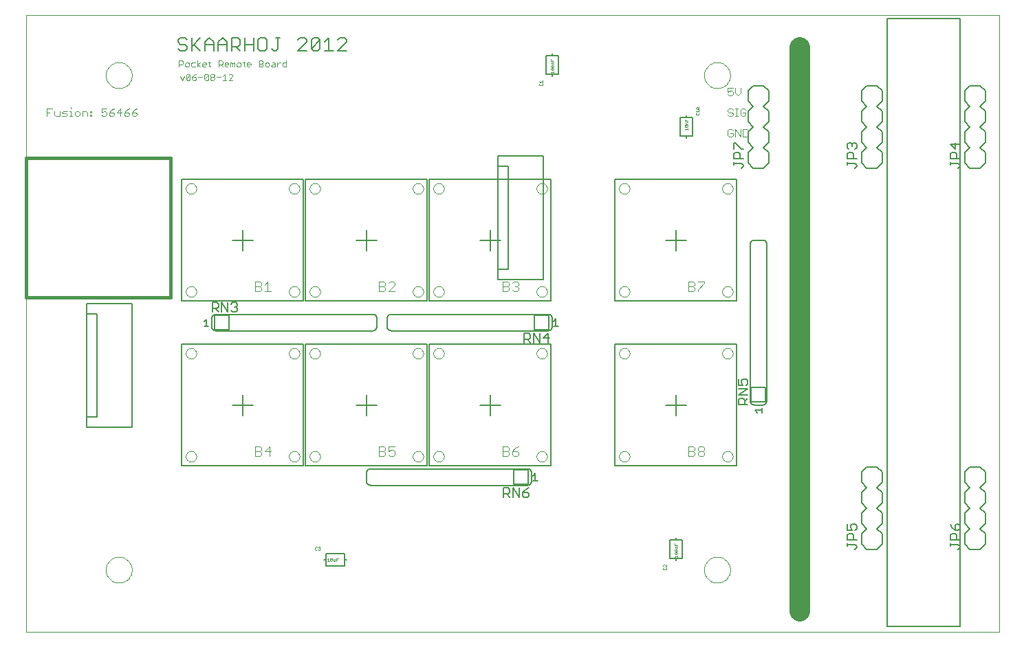
<source format=gto>
G75*
G70*
%OFA0B0*%
%FSLAX24Y24*%
%IPPOS*%
%LPD*%
%AMOC8*
5,1,8,0,0,1.08239X$1,22.5*
%
%ADD10C,0.0000*%
%ADD11C,0.0160*%
%ADD12C,0.1000*%
%ADD13C,0.0030*%
%ADD14C,0.0060*%
%ADD15C,0.0050*%
%ADD16C,0.0040*%
%ADD17C,0.0080*%
%ADD18C,0.0010*%
%ADD19C,0.0020*%
D10*
X000180Y000180D02*
X000180Y016400D01*
X000180Y030101D01*
X047361Y030101D01*
X047361Y000180D01*
X000180Y000180D01*
X004050Y003180D02*
X004052Y003230D01*
X004058Y003280D01*
X004068Y003329D01*
X004082Y003377D01*
X004099Y003424D01*
X004120Y003469D01*
X004145Y003513D01*
X004173Y003554D01*
X004205Y003593D01*
X004239Y003630D01*
X004276Y003664D01*
X004316Y003694D01*
X004358Y003721D01*
X004402Y003745D01*
X004448Y003766D01*
X004495Y003782D01*
X004543Y003795D01*
X004593Y003804D01*
X004642Y003809D01*
X004693Y003810D01*
X004743Y003807D01*
X004792Y003800D01*
X004841Y003789D01*
X004889Y003774D01*
X004935Y003756D01*
X004980Y003734D01*
X005023Y003708D01*
X005064Y003679D01*
X005103Y003647D01*
X005139Y003612D01*
X005171Y003574D01*
X005201Y003534D01*
X005228Y003491D01*
X005251Y003447D01*
X005270Y003401D01*
X005286Y003353D01*
X005298Y003304D01*
X005306Y003255D01*
X005310Y003205D01*
X005310Y003155D01*
X005306Y003105D01*
X005298Y003056D01*
X005286Y003007D01*
X005270Y002959D01*
X005251Y002913D01*
X005228Y002869D01*
X005201Y002826D01*
X005171Y002786D01*
X005139Y002748D01*
X005103Y002713D01*
X005064Y002681D01*
X005023Y002652D01*
X004980Y002626D01*
X004935Y002604D01*
X004889Y002586D01*
X004841Y002571D01*
X004792Y002560D01*
X004743Y002553D01*
X004693Y002550D01*
X004642Y002551D01*
X004593Y002556D01*
X004543Y002565D01*
X004495Y002578D01*
X004448Y002594D01*
X004402Y002615D01*
X004358Y002639D01*
X004316Y002666D01*
X004276Y002696D01*
X004239Y002730D01*
X004205Y002767D01*
X004173Y002806D01*
X004145Y002847D01*
X004120Y002891D01*
X004099Y002936D01*
X004082Y002983D01*
X004068Y003031D01*
X004058Y003080D01*
X004052Y003130D01*
X004050Y003180D01*
X007924Y008680D02*
X007926Y008711D01*
X007932Y008742D01*
X007941Y008772D01*
X007954Y008801D01*
X007971Y008828D01*
X007991Y008852D01*
X008013Y008874D01*
X008039Y008893D01*
X008066Y008909D01*
X008095Y008921D01*
X008125Y008930D01*
X008156Y008935D01*
X008188Y008936D01*
X008219Y008933D01*
X008250Y008926D01*
X008280Y008916D01*
X008308Y008902D01*
X008334Y008884D01*
X008358Y008864D01*
X008379Y008840D01*
X008398Y008815D01*
X008413Y008787D01*
X008424Y008758D01*
X008432Y008727D01*
X008436Y008696D01*
X008436Y008664D01*
X008432Y008633D01*
X008424Y008602D01*
X008413Y008573D01*
X008398Y008545D01*
X008379Y008520D01*
X008358Y008496D01*
X008334Y008476D01*
X008308Y008458D01*
X008280Y008444D01*
X008250Y008434D01*
X008219Y008427D01*
X008188Y008424D01*
X008156Y008425D01*
X008125Y008430D01*
X008095Y008439D01*
X008066Y008451D01*
X008039Y008467D01*
X008013Y008486D01*
X007991Y008508D01*
X007971Y008532D01*
X007954Y008559D01*
X007941Y008588D01*
X007932Y008618D01*
X007926Y008649D01*
X007924Y008680D01*
X012924Y008680D02*
X012926Y008711D01*
X012932Y008742D01*
X012941Y008772D01*
X012954Y008801D01*
X012971Y008828D01*
X012991Y008852D01*
X013013Y008874D01*
X013039Y008893D01*
X013066Y008909D01*
X013095Y008921D01*
X013125Y008930D01*
X013156Y008935D01*
X013188Y008936D01*
X013219Y008933D01*
X013250Y008926D01*
X013280Y008916D01*
X013308Y008902D01*
X013334Y008884D01*
X013358Y008864D01*
X013379Y008840D01*
X013398Y008815D01*
X013413Y008787D01*
X013424Y008758D01*
X013432Y008727D01*
X013436Y008696D01*
X013436Y008664D01*
X013432Y008633D01*
X013424Y008602D01*
X013413Y008573D01*
X013398Y008545D01*
X013379Y008520D01*
X013358Y008496D01*
X013334Y008476D01*
X013308Y008458D01*
X013280Y008444D01*
X013250Y008434D01*
X013219Y008427D01*
X013188Y008424D01*
X013156Y008425D01*
X013125Y008430D01*
X013095Y008439D01*
X013066Y008451D01*
X013039Y008467D01*
X013013Y008486D01*
X012991Y008508D01*
X012971Y008532D01*
X012954Y008559D01*
X012941Y008588D01*
X012932Y008618D01*
X012926Y008649D01*
X012924Y008680D01*
X013924Y008680D02*
X013926Y008711D01*
X013932Y008742D01*
X013941Y008772D01*
X013954Y008801D01*
X013971Y008828D01*
X013991Y008852D01*
X014013Y008874D01*
X014039Y008893D01*
X014066Y008909D01*
X014095Y008921D01*
X014125Y008930D01*
X014156Y008935D01*
X014188Y008936D01*
X014219Y008933D01*
X014250Y008926D01*
X014280Y008916D01*
X014308Y008902D01*
X014334Y008884D01*
X014358Y008864D01*
X014379Y008840D01*
X014398Y008815D01*
X014413Y008787D01*
X014424Y008758D01*
X014432Y008727D01*
X014436Y008696D01*
X014436Y008664D01*
X014432Y008633D01*
X014424Y008602D01*
X014413Y008573D01*
X014398Y008545D01*
X014379Y008520D01*
X014358Y008496D01*
X014334Y008476D01*
X014308Y008458D01*
X014280Y008444D01*
X014250Y008434D01*
X014219Y008427D01*
X014188Y008424D01*
X014156Y008425D01*
X014125Y008430D01*
X014095Y008439D01*
X014066Y008451D01*
X014039Y008467D01*
X014013Y008486D01*
X013991Y008508D01*
X013971Y008532D01*
X013954Y008559D01*
X013941Y008588D01*
X013932Y008618D01*
X013926Y008649D01*
X013924Y008680D01*
X018924Y008680D02*
X018926Y008711D01*
X018932Y008742D01*
X018941Y008772D01*
X018954Y008801D01*
X018971Y008828D01*
X018991Y008852D01*
X019013Y008874D01*
X019039Y008893D01*
X019066Y008909D01*
X019095Y008921D01*
X019125Y008930D01*
X019156Y008935D01*
X019188Y008936D01*
X019219Y008933D01*
X019250Y008926D01*
X019280Y008916D01*
X019308Y008902D01*
X019334Y008884D01*
X019358Y008864D01*
X019379Y008840D01*
X019398Y008815D01*
X019413Y008787D01*
X019424Y008758D01*
X019432Y008727D01*
X019436Y008696D01*
X019436Y008664D01*
X019432Y008633D01*
X019424Y008602D01*
X019413Y008573D01*
X019398Y008545D01*
X019379Y008520D01*
X019358Y008496D01*
X019334Y008476D01*
X019308Y008458D01*
X019280Y008444D01*
X019250Y008434D01*
X019219Y008427D01*
X019188Y008424D01*
X019156Y008425D01*
X019125Y008430D01*
X019095Y008439D01*
X019066Y008451D01*
X019039Y008467D01*
X019013Y008486D01*
X018991Y008508D01*
X018971Y008532D01*
X018954Y008559D01*
X018941Y008588D01*
X018932Y008618D01*
X018926Y008649D01*
X018924Y008680D01*
X019924Y008680D02*
X019926Y008711D01*
X019932Y008742D01*
X019941Y008772D01*
X019954Y008801D01*
X019971Y008828D01*
X019991Y008852D01*
X020013Y008874D01*
X020039Y008893D01*
X020066Y008909D01*
X020095Y008921D01*
X020125Y008930D01*
X020156Y008935D01*
X020188Y008936D01*
X020219Y008933D01*
X020250Y008926D01*
X020280Y008916D01*
X020308Y008902D01*
X020334Y008884D01*
X020358Y008864D01*
X020379Y008840D01*
X020398Y008815D01*
X020413Y008787D01*
X020424Y008758D01*
X020432Y008727D01*
X020436Y008696D01*
X020436Y008664D01*
X020432Y008633D01*
X020424Y008602D01*
X020413Y008573D01*
X020398Y008545D01*
X020379Y008520D01*
X020358Y008496D01*
X020334Y008476D01*
X020308Y008458D01*
X020280Y008444D01*
X020250Y008434D01*
X020219Y008427D01*
X020188Y008424D01*
X020156Y008425D01*
X020125Y008430D01*
X020095Y008439D01*
X020066Y008451D01*
X020039Y008467D01*
X020013Y008486D01*
X019991Y008508D01*
X019971Y008532D01*
X019954Y008559D01*
X019941Y008588D01*
X019932Y008618D01*
X019926Y008649D01*
X019924Y008680D01*
X024924Y008680D02*
X024926Y008711D01*
X024932Y008742D01*
X024941Y008772D01*
X024954Y008801D01*
X024971Y008828D01*
X024991Y008852D01*
X025013Y008874D01*
X025039Y008893D01*
X025066Y008909D01*
X025095Y008921D01*
X025125Y008930D01*
X025156Y008935D01*
X025188Y008936D01*
X025219Y008933D01*
X025250Y008926D01*
X025280Y008916D01*
X025308Y008902D01*
X025334Y008884D01*
X025358Y008864D01*
X025379Y008840D01*
X025398Y008815D01*
X025413Y008787D01*
X025424Y008758D01*
X025432Y008727D01*
X025436Y008696D01*
X025436Y008664D01*
X025432Y008633D01*
X025424Y008602D01*
X025413Y008573D01*
X025398Y008545D01*
X025379Y008520D01*
X025358Y008496D01*
X025334Y008476D01*
X025308Y008458D01*
X025280Y008444D01*
X025250Y008434D01*
X025219Y008427D01*
X025188Y008424D01*
X025156Y008425D01*
X025125Y008430D01*
X025095Y008439D01*
X025066Y008451D01*
X025039Y008467D01*
X025013Y008486D01*
X024991Y008508D01*
X024971Y008532D01*
X024954Y008559D01*
X024941Y008588D01*
X024932Y008618D01*
X024926Y008649D01*
X024924Y008680D01*
X028924Y008680D02*
X028926Y008711D01*
X028932Y008742D01*
X028941Y008772D01*
X028954Y008801D01*
X028971Y008828D01*
X028991Y008852D01*
X029013Y008874D01*
X029039Y008893D01*
X029066Y008909D01*
X029095Y008921D01*
X029125Y008930D01*
X029156Y008935D01*
X029188Y008936D01*
X029219Y008933D01*
X029250Y008926D01*
X029280Y008916D01*
X029308Y008902D01*
X029334Y008884D01*
X029358Y008864D01*
X029379Y008840D01*
X029398Y008815D01*
X029413Y008787D01*
X029424Y008758D01*
X029432Y008727D01*
X029436Y008696D01*
X029436Y008664D01*
X029432Y008633D01*
X029424Y008602D01*
X029413Y008573D01*
X029398Y008545D01*
X029379Y008520D01*
X029358Y008496D01*
X029334Y008476D01*
X029308Y008458D01*
X029280Y008444D01*
X029250Y008434D01*
X029219Y008427D01*
X029188Y008424D01*
X029156Y008425D01*
X029125Y008430D01*
X029095Y008439D01*
X029066Y008451D01*
X029039Y008467D01*
X029013Y008486D01*
X028991Y008508D01*
X028971Y008532D01*
X028954Y008559D01*
X028941Y008588D01*
X028932Y008618D01*
X028926Y008649D01*
X028924Y008680D01*
X033924Y008680D02*
X033926Y008711D01*
X033932Y008742D01*
X033941Y008772D01*
X033954Y008801D01*
X033971Y008828D01*
X033991Y008852D01*
X034013Y008874D01*
X034039Y008893D01*
X034066Y008909D01*
X034095Y008921D01*
X034125Y008930D01*
X034156Y008935D01*
X034188Y008936D01*
X034219Y008933D01*
X034250Y008926D01*
X034280Y008916D01*
X034308Y008902D01*
X034334Y008884D01*
X034358Y008864D01*
X034379Y008840D01*
X034398Y008815D01*
X034413Y008787D01*
X034424Y008758D01*
X034432Y008727D01*
X034436Y008696D01*
X034436Y008664D01*
X034432Y008633D01*
X034424Y008602D01*
X034413Y008573D01*
X034398Y008545D01*
X034379Y008520D01*
X034358Y008496D01*
X034334Y008476D01*
X034308Y008458D01*
X034280Y008444D01*
X034250Y008434D01*
X034219Y008427D01*
X034188Y008424D01*
X034156Y008425D01*
X034125Y008430D01*
X034095Y008439D01*
X034066Y008451D01*
X034039Y008467D01*
X034013Y008486D01*
X033991Y008508D01*
X033971Y008532D01*
X033954Y008559D01*
X033941Y008588D01*
X033932Y008618D01*
X033926Y008649D01*
X033924Y008680D01*
X033924Y013680D02*
X033926Y013711D01*
X033932Y013742D01*
X033941Y013772D01*
X033954Y013801D01*
X033971Y013828D01*
X033991Y013852D01*
X034013Y013874D01*
X034039Y013893D01*
X034066Y013909D01*
X034095Y013921D01*
X034125Y013930D01*
X034156Y013935D01*
X034188Y013936D01*
X034219Y013933D01*
X034250Y013926D01*
X034280Y013916D01*
X034308Y013902D01*
X034334Y013884D01*
X034358Y013864D01*
X034379Y013840D01*
X034398Y013815D01*
X034413Y013787D01*
X034424Y013758D01*
X034432Y013727D01*
X034436Y013696D01*
X034436Y013664D01*
X034432Y013633D01*
X034424Y013602D01*
X034413Y013573D01*
X034398Y013545D01*
X034379Y013520D01*
X034358Y013496D01*
X034334Y013476D01*
X034308Y013458D01*
X034280Y013444D01*
X034250Y013434D01*
X034219Y013427D01*
X034188Y013424D01*
X034156Y013425D01*
X034125Y013430D01*
X034095Y013439D01*
X034066Y013451D01*
X034039Y013467D01*
X034013Y013486D01*
X033991Y013508D01*
X033971Y013532D01*
X033954Y013559D01*
X033941Y013588D01*
X033932Y013618D01*
X033926Y013649D01*
X033924Y013680D01*
X033924Y016680D02*
X033926Y016711D01*
X033932Y016742D01*
X033941Y016772D01*
X033954Y016801D01*
X033971Y016828D01*
X033991Y016852D01*
X034013Y016874D01*
X034039Y016893D01*
X034066Y016909D01*
X034095Y016921D01*
X034125Y016930D01*
X034156Y016935D01*
X034188Y016936D01*
X034219Y016933D01*
X034250Y016926D01*
X034280Y016916D01*
X034308Y016902D01*
X034334Y016884D01*
X034358Y016864D01*
X034379Y016840D01*
X034398Y016815D01*
X034413Y016787D01*
X034424Y016758D01*
X034432Y016727D01*
X034436Y016696D01*
X034436Y016664D01*
X034432Y016633D01*
X034424Y016602D01*
X034413Y016573D01*
X034398Y016545D01*
X034379Y016520D01*
X034358Y016496D01*
X034334Y016476D01*
X034308Y016458D01*
X034280Y016444D01*
X034250Y016434D01*
X034219Y016427D01*
X034188Y016424D01*
X034156Y016425D01*
X034125Y016430D01*
X034095Y016439D01*
X034066Y016451D01*
X034039Y016467D01*
X034013Y016486D01*
X033991Y016508D01*
X033971Y016532D01*
X033954Y016559D01*
X033941Y016588D01*
X033932Y016618D01*
X033926Y016649D01*
X033924Y016680D01*
X028924Y016680D02*
X028926Y016711D01*
X028932Y016742D01*
X028941Y016772D01*
X028954Y016801D01*
X028971Y016828D01*
X028991Y016852D01*
X029013Y016874D01*
X029039Y016893D01*
X029066Y016909D01*
X029095Y016921D01*
X029125Y016930D01*
X029156Y016935D01*
X029188Y016936D01*
X029219Y016933D01*
X029250Y016926D01*
X029280Y016916D01*
X029308Y016902D01*
X029334Y016884D01*
X029358Y016864D01*
X029379Y016840D01*
X029398Y016815D01*
X029413Y016787D01*
X029424Y016758D01*
X029432Y016727D01*
X029436Y016696D01*
X029436Y016664D01*
X029432Y016633D01*
X029424Y016602D01*
X029413Y016573D01*
X029398Y016545D01*
X029379Y016520D01*
X029358Y016496D01*
X029334Y016476D01*
X029308Y016458D01*
X029280Y016444D01*
X029250Y016434D01*
X029219Y016427D01*
X029188Y016424D01*
X029156Y016425D01*
X029125Y016430D01*
X029095Y016439D01*
X029066Y016451D01*
X029039Y016467D01*
X029013Y016486D01*
X028991Y016508D01*
X028971Y016532D01*
X028954Y016559D01*
X028941Y016588D01*
X028932Y016618D01*
X028926Y016649D01*
X028924Y016680D01*
X024924Y016680D02*
X024926Y016711D01*
X024932Y016742D01*
X024941Y016772D01*
X024954Y016801D01*
X024971Y016828D01*
X024991Y016852D01*
X025013Y016874D01*
X025039Y016893D01*
X025066Y016909D01*
X025095Y016921D01*
X025125Y016930D01*
X025156Y016935D01*
X025188Y016936D01*
X025219Y016933D01*
X025250Y016926D01*
X025280Y016916D01*
X025308Y016902D01*
X025334Y016884D01*
X025358Y016864D01*
X025379Y016840D01*
X025398Y016815D01*
X025413Y016787D01*
X025424Y016758D01*
X025432Y016727D01*
X025436Y016696D01*
X025436Y016664D01*
X025432Y016633D01*
X025424Y016602D01*
X025413Y016573D01*
X025398Y016545D01*
X025379Y016520D01*
X025358Y016496D01*
X025334Y016476D01*
X025308Y016458D01*
X025280Y016444D01*
X025250Y016434D01*
X025219Y016427D01*
X025188Y016424D01*
X025156Y016425D01*
X025125Y016430D01*
X025095Y016439D01*
X025066Y016451D01*
X025039Y016467D01*
X025013Y016486D01*
X024991Y016508D01*
X024971Y016532D01*
X024954Y016559D01*
X024941Y016588D01*
X024932Y016618D01*
X024926Y016649D01*
X024924Y016680D01*
X024924Y013680D02*
X024926Y013711D01*
X024932Y013742D01*
X024941Y013772D01*
X024954Y013801D01*
X024971Y013828D01*
X024991Y013852D01*
X025013Y013874D01*
X025039Y013893D01*
X025066Y013909D01*
X025095Y013921D01*
X025125Y013930D01*
X025156Y013935D01*
X025188Y013936D01*
X025219Y013933D01*
X025250Y013926D01*
X025280Y013916D01*
X025308Y013902D01*
X025334Y013884D01*
X025358Y013864D01*
X025379Y013840D01*
X025398Y013815D01*
X025413Y013787D01*
X025424Y013758D01*
X025432Y013727D01*
X025436Y013696D01*
X025436Y013664D01*
X025432Y013633D01*
X025424Y013602D01*
X025413Y013573D01*
X025398Y013545D01*
X025379Y013520D01*
X025358Y013496D01*
X025334Y013476D01*
X025308Y013458D01*
X025280Y013444D01*
X025250Y013434D01*
X025219Y013427D01*
X025188Y013424D01*
X025156Y013425D01*
X025125Y013430D01*
X025095Y013439D01*
X025066Y013451D01*
X025039Y013467D01*
X025013Y013486D01*
X024991Y013508D01*
X024971Y013532D01*
X024954Y013559D01*
X024941Y013588D01*
X024932Y013618D01*
X024926Y013649D01*
X024924Y013680D01*
X028924Y013680D02*
X028926Y013711D01*
X028932Y013742D01*
X028941Y013772D01*
X028954Y013801D01*
X028971Y013828D01*
X028991Y013852D01*
X029013Y013874D01*
X029039Y013893D01*
X029066Y013909D01*
X029095Y013921D01*
X029125Y013930D01*
X029156Y013935D01*
X029188Y013936D01*
X029219Y013933D01*
X029250Y013926D01*
X029280Y013916D01*
X029308Y013902D01*
X029334Y013884D01*
X029358Y013864D01*
X029379Y013840D01*
X029398Y013815D01*
X029413Y013787D01*
X029424Y013758D01*
X029432Y013727D01*
X029436Y013696D01*
X029436Y013664D01*
X029432Y013633D01*
X029424Y013602D01*
X029413Y013573D01*
X029398Y013545D01*
X029379Y013520D01*
X029358Y013496D01*
X029334Y013476D01*
X029308Y013458D01*
X029280Y013444D01*
X029250Y013434D01*
X029219Y013427D01*
X029188Y013424D01*
X029156Y013425D01*
X029125Y013430D01*
X029095Y013439D01*
X029066Y013451D01*
X029039Y013467D01*
X029013Y013486D01*
X028991Y013508D01*
X028971Y013532D01*
X028954Y013559D01*
X028941Y013588D01*
X028932Y013618D01*
X028926Y013649D01*
X028924Y013680D01*
X019924Y013680D02*
X019926Y013711D01*
X019932Y013742D01*
X019941Y013772D01*
X019954Y013801D01*
X019971Y013828D01*
X019991Y013852D01*
X020013Y013874D01*
X020039Y013893D01*
X020066Y013909D01*
X020095Y013921D01*
X020125Y013930D01*
X020156Y013935D01*
X020188Y013936D01*
X020219Y013933D01*
X020250Y013926D01*
X020280Y013916D01*
X020308Y013902D01*
X020334Y013884D01*
X020358Y013864D01*
X020379Y013840D01*
X020398Y013815D01*
X020413Y013787D01*
X020424Y013758D01*
X020432Y013727D01*
X020436Y013696D01*
X020436Y013664D01*
X020432Y013633D01*
X020424Y013602D01*
X020413Y013573D01*
X020398Y013545D01*
X020379Y013520D01*
X020358Y013496D01*
X020334Y013476D01*
X020308Y013458D01*
X020280Y013444D01*
X020250Y013434D01*
X020219Y013427D01*
X020188Y013424D01*
X020156Y013425D01*
X020125Y013430D01*
X020095Y013439D01*
X020066Y013451D01*
X020039Y013467D01*
X020013Y013486D01*
X019991Y013508D01*
X019971Y013532D01*
X019954Y013559D01*
X019941Y013588D01*
X019932Y013618D01*
X019926Y013649D01*
X019924Y013680D01*
X018924Y013680D02*
X018926Y013711D01*
X018932Y013742D01*
X018941Y013772D01*
X018954Y013801D01*
X018971Y013828D01*
X018991Y013852D01*
X019013Y013874D01*
X019039Y013893D01*
X019066Y013909D01*
X019095Y013921D01*
X019125Y013930D01*
X019156Y013935D01*
X019188Y013936D01*
X019219Y013933D01*
X019250Y013926D01*
X019280Y013916D01*
X019308Y013902D01*
X019334Y013884D01*
X019358Y013864D01*
X019379Y013840D01*
X019398Y013815D01*
X019413Y013787D01*
X019424Y013758D01*
X019432Y013727D01*
X019436Y013696D01*
X019436Y013664D01*
X019432Y013633D01*
X019424Y013602D01*
X019413Y013573D01*
X019398Y013545D01*
X019379Y013520D01*
X019358Y013496D01*
X019334Y013476D01*
X019308Y013458D01*
X019280Y013444D01*
X019250Y013434D01*
X019219Y013427D01*
X019188Y013424D01*
X019156Y013425D01*
X019125Y013430D01*
X019095Y013439D01*
X019066Y013451D01*
X019039Y013467D01*
X019013Y013486D01*
X018991Y013508D01*
X018971Y013532D01*
X018954Y013559D01*
X018941Y013588D01*
X018932Y013618D01*
X018926Y013649D01*
X018924Y013680D01*
X018924Y016680D02*
X018926Y016711D01*
X018932Y016742D01*
X018941Y016772D01*
X018954Y016801D01*
X018971Y016828D01*
X018991Y016852D01*
X019013Y016874D01*
X019039Y016893D01*
X019066Y016909D01*
X019095Y016921D01*
X019125Y016930D01*
X019156Y016935D01*
X019188Y016936D01*
X019219Y016933D01*
X019250Y016926D01*
X019280Y016916D01*
X019308Y016902D01*
X019334Y016884D01*
X019358Y016864D01*
X019379Y016840D01*
X019398Y016815D01*
X019413Y016787D01*
X019424Y016758D01*
X019432Y016727D01*
X019436Y016696D01*
X019436Y016664D01*
X019432Y016633D01*
X019424Y016602D01*
X019413Y016573D01*
X019398Y016545D01*
X019379Y016520D01*
X019358Y016496D01*
X019334Y016476D01*
X019308Y016458D01*
X019280Y016444D01*
X019250Y016434D01*
X019219Y016427D01*
X019188Y016424D01*
X019156Y016425D01*
X019125Y016430D01*
X019095Y016439D01*
X019066Y016451D01*
X019039Y016467D01*
X019013Y016486D01*
X018991Y016508D01*
X018971Y016532D01*
X018954Y016559D01*
X018941Y016588D01*
X018932Y016618D01*
X018926Y016649D01*
X018924Y016680D01*
X019924Y016680D02*
X019926Y016711D01*
X019932Y016742D01*
X019941Y016772D01*
X019954Y016801D01*
X019971Y016828D01*
X019991Y016852D01*
X020013Y016874D01*
X020039Y016893D01*
X020066Y016909D01*
X020095Y016921D01*
X020125Y016930D01*
X020156Y016935D01*
X020188Y016936D01*
X020219Y016933D01*
X020250Y016926D01*
X020280Y016916D01*
X020308Y016902D01*
X020334Y016884D01*
X020358Y016864D01*
X020379Y016840D01*
X020398Y016815D01*
X020413Y016787D01*
X020424Y016758D01*
X020432Y016727D01*
X020436Y016696D01*
X020436Y016664D01*
X020432Y016633D01*
X020424Y016602D01*
X020413Y016573D01*
X020398Y016545D01*
X020379Y016520D01*
X020358Y016496D01*
X020334Y016476D01*
X020308Y016458D01*
X020280Y016444D01*
X020250Y016434D01*
X020219Y016427D01*
X020188Y016424D01*
X020156Y016425D01*
X020125Y016430D01*
X020095Y016439D01*
X020066Y016451D01*
X020039Y016467D01*
X020013Y016486D01*
X019991Y016508D01*
X019971Y016532D01*
X019954Y016559D01*
X019941Y016588D01*
X019932Y016618D01*
X019926Y016649D01*
X019924Y016680D01*
X013924Y016680D02*
X013926Y016711D01*
X013932Y016742D01*
X013941Y016772D01*
X013954Y016801D01*
X013971Y016828D01*
X013991Y016852D01*
X014013Y016874D01*
X014039Y016893D01*
X014066Y016909D01*
X014095Y016921D01*
X014125Y016930D01*
X014156Y016935D01*
X014188Y016936D01*
X014219Y016933D01*
X014250Y016926D01*
X014280Y016916D01*
X014308Y016902D01*
X014334Y016884D01*
X014358Y016864D01*
X014379Y016840D01*
X014398Y016815D01*
X014413Y016787D01*
X014424Y016758D01*
X014432Y016727D01*
X014436Y016696D01*
X014436Y016664D01*
X014432Y016633D01*
X014424Y016602D01*
X014413Y016573D01*
X014398Y016545D01*
X014379Y016520D01*
X014358Y016496D01*
X014334Y016476D01*
X014308Y016458D01*
X014280Y016444D01*
X014250Y016434D01*
X014219Y016427D01*
X014188Y016424D01*
X014156Y016425D01*
X014125Y016430D01*
X014095Y016439D01*
X014066Y016451D01*
X014039Y016467D01*
X014013Y016486D01*
X013991Y016508D01*
X013971Y016532D01*
X013954Y016559D01*
X013941Y016588D01*
X013932Y016618D01*
X013926Y016649D01*
X013924Y016680D01*
X012924Y016680D02*
X012926Y016711D01*
X012932Y016742D01*
X012941Y016772D01*
X012954Y016801D01*
X012971Y016828D01*
X012991Y016852D01*
X013013Y016874D01*
X013039Y016893D01*
X013066Y016909D01*
X013095Y016921D01*
X013125Y016930D01*
X013156Y016935D01*
X013188Y016936D01*
X013219Y016933D01*
X013250Y016926D01*
X013280Y016916D01*
X013308Y016902D01*
X013334Y016884D01*
X013358Y016864D01*
X013379Y016840D01*
X013398Y016815D01*
X013413Y016787D01*
X013424Y016758D01*
X013432Y016727D01*
X013436Y016696D01*
X013436Y016664D01*
X013432Y016633D01*
X013424Y016602D01*
X013413Y016573D01*
X013398Y016545D01*
X013379Y016520D01*
X013358Y016496D01*
X013334Y016476D01*
X013308Y016458D01*
X013280Y016444D01*
X013250Y016434D01*
X013219Y016427D01*
X013188Y016424D01*
X013156Y016425D01*
X013125Y016430D01*
X013095Y016439D01*
X013066Y016451D01*
X013039Y016467D01*
X013013Y016486D01*
X012991Y016508D01*
X012971Y016532D01*
X012954Y016559D01*
X012941Y016588D01*
X012932Y016618D01*
X012926Y016649D01*
X012924Y016680D01*
X012924Y013680D02*
X012926Y013711D01*
X012932Y013742D01*
X012941Y013772D01*
X012954Y013801D01*
X012971Y013828D01*
X012991Y013852D01*
X013013Y013874D01*
X013039Y013893D01*
X013066Y013909D01*
X013095Y013921D01*
X013125Y013930D01*
X013156Y013935D01*
X013188Y013936D01*
X013219Y013933D01*
X013250Y013926D01*
X013280Y013916D01*
X013308Y013902D01*
X013334Y013884D01*
X013358Y013864D01*
X013379Y013840D01*
X013398Y013815D01*
X013413Y013787D01*
X013424Y013758D01*
X013432Y013727D01*
X013436Y013696D01*
X013436Y013664D01*
X013432Y013633D01*
X013424Y013602D01*
X013413Y013573D01*
X013398Y013545D01*
X013379Y013520D01*
X013358Y013496D01*
X013334Y013476D01*
X013308Y013458D01*
X013280Y013444D01*
X013250Y013434D01*
X013219Y013427D01*
X013188Y013424D01*
X013156Y013425D01*
X013125Y013430D01*
X013095Y013439D01*
X013066Y013451D01*
X013039Y013467D01*
X013013Y013486D01*
X012991Y013508D01*
X012971Y013532D01*
X012954Y013559D01*
X012941Y013588D01*
X012932Y013618D01*
X012926Y013649D01*
X012924Y013680D01*
X013924Y013680D02*
X013926Y013711D01*
X013932Y013742D01*
X013941Y013772D01*
X013954Y013801D01*
X013971Y013828D01*
X013991Y013852D01*
X014013Y013874D01*
X014039Y013893D01*
X014066Y013909D01*
X014095Y013921D01*
X014125Y013930D01*
X014156Y013935D01*
X014188Y013936D01*
X014219Y013933D01*
X014250Y013926D01*
X014280Y013916D01*
X014308Y013902D01*
X014334Y013884D01*
X014358Y013864D01*
X014379Y013840D01*
X014398Y013815D01*
X014413Y013787D01*
X014424Y013758D01*
X014432Y013727D01*
X014436Y013696D01*
X014436Y013664D01*
X014432Y013633D01*
X014424Y013602D01*
X014413Y013573D01*
X014398Y013545D01*
X014379Y013520D01*
X014358Y013496D01*
X014334Y013476D01*
X014308Y013458D01*
X014280Y013444D01*
X014250Y013434D01*
X014219Y013427D01*
X014188Y013424D01*
X014156Y013425D01*
X014125Y013430D01*
X014095Y013439D01*
X014066Y013451D01*
X014039Y013467D01*
X014013Y013486D01*
X013991Y013508D01*
X013971Y013532D01*
X013954Y013559D01*
X013941Y013588D01*
X013932Y013618D01*
X013926Y013649D01*
X013924Y013680D01*
X007924Y013680D02*
X007926Y013711D01*
X007932Y013742D01*
X007941Y013772D01*
X007954Y013801D01*
X007971Y013828D01*
X007991Y013852D01*
X008013Y013874D01*
X008039Y013893D01*
X008066Y013909D01*
X008095Y013921D01*
X008125Y013930D01*
X008156Y013935D01*
X008188Y013936D01*
X008219Y013933D01*
X008250Y013926D01*
X008280Y013916D01*
X008308Y013902D01*
X008334Y013884D01*
X008358Y013864D01*
X008379Y013840D01*
X008398Y013815D01*
X008413Y013787D01*
X008424Y013758D01*
X008432Y013727D01*
X008436Y013696D01*
X008436Y013664D01*
X008432Y013633D01*
X008424Y013602D01*
X008413Y013573D01*
X008398Y013545D01*
X008379Y013520D01*
X008358Y013496D01*
X008334Y013476D01*
X008308Y013458D01*
X008280Y013444D01*
X008250Y013434D01*
X008219Y013427D01*
X008188Y013424D01*
X008156Y013425D01*
X008125Y013430D01*
X008095Y013439D01*
X008066Y013451D01*
X008039Y013467D01*
X008013Y013486D01*
X007991Y013508D01*
X007971Y013532D01*
X007954Y013559D01*
X007941Y013588D01*
X007932Y013618D01*
X007926Y013649D01*
X007924Y013680D01*
X007924Y016680D02*
X007926Y016711D01*
X007932Y016742D01*
X007941Y016772D01*
X007954Y016801D01*
X007971Y016828D01*
X007991Y016852D01*
X008013Y016874D01*
X008039Y016893D01*
X008066Y016909D01*
X008095Y016921D01*
X008125Y016930D01*
X008156Y016935D01*
X008188Y016936D01*
X008219Y016933D01*
X008250Y016926D01*
X008280Y016916D01*
X008308Y016902D01*
X008334Y016884D01*
X008358Y016864D01*
X008379Y016840D01*
X008398Y016815D01*
X008413Y016787D01*
X008424Y016758D01*
X008432Y016727D01*
X008436Y016696D01*
X008436Y016664D01*
X008432Y016633D01*
X008424Y016602D01*
X008413Y016573D01*
X008398Y016545D01*
X008379Y016520D01*
X008358Y016496D01*
X008334Y016476D01*
X008308Y016458D01*
X008280Y016444D01*
X008250Y016434D01*
X008219Y016427D01*
X008188Y016424D01*
X008156Y016425D01*
X008125Y016430D01*
X008095Y016439D01*
X008066Y016451D01*
X008039Y016467D01*
X008013Y016486D01*
X007991Y016508D01*
X007971Y016532D01*
X007954Y016559D01*
X007941Y016588D01*
X007932Y016618D01*
X007926Y016649D01*
X007924Y016680D01*
X007924Y021680D02*
X007926Y021711D01*
X007932Y021742D01*
X007941Y021772D01*
X007954Y021801D01*
X007971Y021828D01*
X007991Y021852D01*
X008013Y021874D01*
X008039Y021893D01*
X008066Y021909D01*
X008095Y021921D01*
X008125Y021930D01*
X008156Y021935D01*
X008188Y021936D01*
X008219Y021933D01*
X008250Y021926D01*
X008280Y021916D01*
X008308Y021902D01*
X008334Y021884D01*
X008358Y021864D01*
X008379Y021840D01*
X008398Y021815D01*
X008413Y021787D01*
X008424Y021758D01*
X008432Y021727D01*
X008436Y021696D01*
X008436Y021664D01*
X008432Y021633D01*
X008424Y021602D01*
X008413Y021573D01*
X008398Y021545D01*
X008379Y021520D01*
X008358Y021496D01*
X008334Y021476D01*
X008308Y021458D01*
X008280Y021444D01*
X008250Y021434D01*
X008219Y021427D01*
X008188Y021424D01*
X008156Y021425D01*
X008125Y021430D01*
X008095Y021439D01*
X008066Y021451D01*
X008039Y021467D01*
X008013Y021486D01*
X007991Y021508D01*
X007971Y021532D01*
X007954Y021559D01*
X007941Y021588D01*
X007932Y021618D01*
X007926Y021649D01*
X007924Y021680D01*
X012924Y021680D02*
X012926Y021711D01*
X012932Y021742D01*
X012941Y021772D01*
X012954Y021801D01*
X012971Y021828D01*
X012991Y021852D01*
X013013Y021874D01*
X013039Y021893D01*
X013066Y021909D01*
X013095Y021921D01*
X013125Y021930D01*
X013156Y021935D01*
X013188Y021936D01*
X013219Y021933D01*
X013250Y021926D01*
X013280Y021916D01*
X013308Y021902D01*
X013334Y021884D01*
X013358Y021864D01*
X013379Y021840D01*
X013398Y021815D01*
X013413Y021787D01*
X013424Y021758D01*
X013432Y021727D01*
X013436Y021696D01*
X013436Y021664D01*
X013432Y021633D01*
X013424Y021602D01*
X013413Y021573D01*
X013398Y021545D01*
X013379Y021520D01*
X013358Y021496D01*
X013334Y021476D01*
X013308Y021458D01*
X013280Y021444D01*
X013250Y021434D01*
X013219Y021427D01*
X013188Y021424D01*
X013156Y021425D01*
X013125Y021430D01*
X013095Y021439D01*
X013066Y021451D01*
X013039Y021467D01*
X013013Y021486D01*
X012991Y021508D01*
X012971Y021532D01*
X012954Y021559D01*
X012941Y021588D01*
X012932Y021618D01*
X012926Y021649D01*
X012924Y021680D01*
X013924Y021680D02*
X013926Y021711D01*
X013932Y021742D01*
X013941Y021772D01*
X013954Y021801D01*
X013971Y021828D01*
X013991Y021852D01*
X014013Y021874D01*
X014039Y021893D01*
X014066Y021909D01*
X014095Y021921D01*
X014125Y021930D01*
X014156Y021935D01*
X014188Y021936D01*
X014219Y021933D01*
X014250Y021926D01*
X014280Y021916D01*
X014308Y021902D01*
X014334Y021884D01*
X014358Y021864D01*
X014379Y021840D01*
X014398Y021815D01*
X014413Y021787D01*
X014424Y021758D01*
X014432Y021727D01*
X014436Y021696D01*
X014436Y021664D01*
X014432Y021633D01*
X014424Y021602D01*
X014413Y021573D01*
X014398Y021545D01*
X014379Y021520D01*
X014358Y021496D01*
X014334Y021476D01*
X014308Y021458D01*
X014280Y021444D01*
X014250Y021434D01*
X014219Y021427D01*
X014188Y021424D01*
X014156Y021425D01*
X014125Y021430D01*
X014095Y021439D01*
X014066Y021451D01*
X014039Y021467D01*
X014013Y021486D01*
X013991Y021508D01*
X013971Y021532D01*
X013954Y021559D01*
X013941Y021588D01*
X013932Y021618D01*
X013926Y021649D01*
X013924Y021680D01*
X018924Y021680D02*
X018926Y021711D01*
X018932Y021742D01*
X018941Y021772D01*
X018954Y021801D01*
X018971Y021828D01*
X018991Y021852D01*
X019013Y021874D01*
X019039Y021893D01*
X019066Y021909D01*
X019095Y021921D01*
X019125Y021930D01*
X019156Y021935D01*
X019188Y021936D01*
X019219Y021933D01*
X019250Y021926D01*
X019280Y021916D01*
X019308Y021902D01*
X019334Y021884D01*
X019358Y021864D01*
X019379Y021840D01*
X019398Y021815D01*
X019413Y021787D01*
X019424Y021758D01*
X019432Y021727D01*
X019436Y021696D01*
X019436Y021664D01*
X019432Y021633D01*
X019424Y021602D01*
X019413Y021573D01*
X019398Y021545D01*
X019379Y021520D01*
X019358Y021496D01*
X019334Y021476D01*
X019308Y021458D01*
X019280Y021444D01*
X019250Y021434D01*
X019219Y021427D01*
X019188Y021424D01*
X019156Y021425D01*
X019125Y021430D01*
X019095Y021439D01*
X019066Y021451D01*
X019039Y021467D01*
X019013Y021486D01*
X018991Y021508D01*
X018971Y021532D01*
X018954Y021559D01*
X018941Y021588D01*
X018932Y021618D01*
X018926Y021649D01*
X018924Y021680D01*
X019924Y021680D02*
X019926Y021711D01*
X019932Y021742D01*
X019941Y021772D01*
X019954Y021801D01*
X019971Y021828D01*
X019991Y021852D01*
X020013Y021874D01*
X020039Y021893D01*
X020066Y021909D01*
X020095Y021921D01*
X020125Y021930D01*
X020156Y021935D01*
X020188Y021936D01*
X020219Y021933D01*
X020250Y021926D01*
X020280Y021916D01*
X020308Y021902D01*
X020334Y021884D01*
X020358Y021864D01*
X020379Y021840D01*
X020398Y021815D01*
X020413Y021787D01*
X020424Y021758D01*
X020432Y021727D01*
X020436Y021696D01*
X020436Y021664D01*
X020432Y021633D01*
X020424Y021602D01*
X020413Y021573D01*
X020398Y021545D01*
X020379Y021520D01*
X020358Y021496D01*
X020334Y021476D01*
X020308Y021458D01*
X020280Y021444D01*
X020250Y021434D01*
X020219Y021427D01*
X020188Y021424D01*
X020156Y021425D01*
X020125Y021430D01*
X020095Y021439D01*
X020066Y021451D01*
X020039Y021467D01*
X020013Y021486D01*
X019991Y021508D01*
X019971Y021532D01*
X019954Y021559D01*
X019941Y021588D01*
X019932Y021618D01*
X019926Y021649D01*
X019924Y021680D01*
X024924Y021680D02*
X024926Y021711D01*
X024932Y021742D01*
X024941Y021772D01*
X024954Y021801D01*
X024971Y021828D01*
X024991Y021852D01*
X025013Y021874D01*
X025039Y021893D01*
X025066Y021909D01*
X025095Y021921D01*
X025125Y021930D01*
X025156Y021935D01*
X025188Y021936D01*
X025219Y021933D01*
X025250Y021926D01*
X025280Y021916D01*
X025308Y021902D01*
X025334Y021884D01*
X025358Y021864D01*
X025379Y021840D01*
X025398Y021815D01*
X025413Y021787D01*
X025424Y021758D01*
X025432Y021727D01*
X025436Y021696D01*
X025436Y021664D01*
X025432Y021633D01*
X025424Y021602D01*
X025413Y021573D01*
X025398Y021545D01*
X025379Y021520D01*
X025358Y021496D01*
X025334Y021476D01*
X025308Y021458D01*
X025280Y021444D01*
X025250Y021434D01*
X025219Y021427D01*
X025188Y021424D01*
X025156Y021425D01*
X025125Y021430D01*
X025095Y021439D01*
X025066Y021451D01*
X025039Y021467D01*
X025013Y021486D01*
X024991Y021508D01*
X024971Y021532D01*
X024954Y021559D01*
X024941Y021588D01*
X024932Y021618D01*
X024926Y021649D01*
X024924Y021680D01*
X028924Y021680D02*
X028926Y021711D01*
X028932Y021742D01*
X028941Y021772D01*
X028954Y021801D01*
X028971Y021828D01*
X028991Y021852D01*
X029013Y021874D01*
X029039Y021893D01*
X029066Y021909D01*
X029095Y021921D01*
X029125Y021930D01*
X029156Y021935D01*
X029188Y021936D01*
X029219Y021933D01*
X029250Y021926D01*
X029280Y021916D01*
X029308Y021902D01*
X029334Y021884D01*
X029358Y021864D01*
X029379Y021840D01*
X029398Y021815D01*
X029413Y021787D01*
X029424Y021758D01*
X029432Y021727D01*
X029436Y021696D01*
X029436Y021664D01*
X029432Y021633D01*
X029424Y021602D01*
X029413Y021573D01*
X029398Y021545D01*
X029379Y021520D01*
X029358Y021496D01*
X029334Y021476D01*
X029308Y021458D01*
X029280Y021444D01*
X029250Y021434D01*
X029219Y021427D01*
X029188Y021424D01*
X029156Y021425D01*
X029125Y021430D01*
X029095Y021439D01*
X029066Y021451D01*
X029039Y021467D01*
X029013Y021486D01*
X028991Y021508D01*
X028971Y021532D01*
X028954Y021559D01*
X028941Y021588D01*
X028932Y021618D01*
X028926Y021649D01*
X028924Y021680D01*
X033924Y021680D02*
X033926Y021711D01*
X033932Y021742D01*
X033941Y021772D01*
X033954Y021801D01*
X033971Y021828D01*
X033991Y021852D01*
X034013Y021874D01*
X034039Y021893D01*
X034066Y021909D01*
X034095Y021921D01*
X034125Y021930D01*
X034156Y021935D01*
X034188Y021936D01*
X034219Y021933D01*
X034250Y021926D01*
X034280Y021916D01*
X034308Y021902D01*
X034334Y021884D01*
X034358Y021864D01*
X034379Y021840D01*
X034398Y021815D01*
X034413Y021787D01*
X034424Y021758D01*
X034432Y021727D01*
X034436Y021696D01*
X034436Y021664D01*
X034432Y021633D01*
X034424Y021602D01*
X034413Y021573D01*
X034398Y021545D01*
X034379Y021520D01*
X034358Y021496D01*
X034334Y021476D01*
X034308Y021458D01*
X034280Y021444D01*
X034250Y021434D01*
X034219Y021427D01*
X034188Y021424D01*
X034156Y021425D01*
X034125Y021430D01*
X034095Y021439D01*
X034066Y021451D01*
X034039Y021467D01*
X034013Y021486D01*
X033991Y021508D01*
X033971Y021532D01*
X033954Y021559D01*
X033941Y021588D01*
X033932Y021618D01*
X033926Y021649D01*
X033924Y021680D01*
X033050Y027180D02*
X033052Y027230D01*
X033058Y027280D01*
X033068Y027329D01*
X033082Y027377D01*
X033099Y027424D01*
X033120Y027469D01*
X033145Y027513D01*
X033173Y027554D01*
X033205Y027593D01*
X033239Y027630D01*
X033276Y027664D01*
X033316Y027694D01*
X033358Y027721D01*
X033402Y027745D01*
X033448Y027766D01*
X033495Y027782D01*
X033543Y027795D01*
X033593Y027804D01*
X033642Y027809D01*
X033693Y027810D01*
X033743Y027807D01*
X033792Y027800D01*
X033841Y027789D01*
X033889Y027774D01*
X033935Y027756D01*
X033980Y027734D01*
X034023Y027708D01*
X034064Y027679D01*
X034103Y027647D01*
X034139Y027612D01*
X034171Y027574D01*
X034201Y027534D01*
X034228Y027491D01*
X034251Y027447D01*
X034270Y027401D01*
X034286Y027353D01*
X034298Y027304D01*
X034306Y027255D01*
X034310Y027205D01*
X034310Y027155D01*
X034306Y027105D01*
X034298Y027056D01*
X034286Y027007D01*
X034270Y026959D01*
X034251Y026913D01*
X034228Y026869D01*
X034201Y026826D01*
X034171Y026786D01*
X034139Y026748D01*
X034103Y026713D01*
X034064Y026681D01*
X034023Y026652D01*
X033980Y026626D01*
X033935Y026604D01*
X033889Y026586D01*
X033841Y026571D01*
X033792Y026560D01*
X033743Y026553D01*
X033693Y026550D01*
X033642Y026551D01*
X033593Y026556D01*
X033543Y026565D01*
X033495Y026578D01*
X033448Y026594D01*
X033402Y026615D01*
X033358Y026639D01*
X033316Y026666D01*
X033276Y026696D01*
X033239Y026730D01*
X033205Y026767D01*
X033173Y026806D01*
X033145Y026847D01*
X033120Y026891D01*
X033099Y026936D01*
X033082Y026983D01*
X033068Y027031D01*
X033058Y027080D01*
X033052Y027130D01*
X033050Y027180D01*
X004050Y027180D02*
X004052Y027230D01*
X004058Y027280D01*
X004068Y027329D01*
X004082Y027377D01*
X004099Y027424D01*
X004120Y027469D01*
X004145Y027513D01*
X004173Y027554D01*
X004205Y027593D01*
X004239Y027630D01*
X004276Y027664D01*
X004316Y027694D01*
X004358Y027721D01*
X004402Y027745D01*
X004448Y027766D01*
X004495Y027782D01*
X004543Y027795D01*
X004593Y027804D01*
X004642Y027809D01*
X004693Y027810D01*
X004743Y027807D01*
X004792Y027800D01*
X004841Y027789D01*
X004889Y027774D01*
X004935Y027756D01*
X004980Y027734D01*
X005023Y027708D01*
X005064Y027679D01*
X005103Y027647D01*
X005139Y027612D01*
X005171Y027574D01*
X005201Y027534D01*
X005228Y027491D01*
X005251Y027447D01*
X005270Y027401D01*
X005286Y027353D01*
X005298Y027304D01*
X005306Y027255D01*
X005310Y027205D01*
X005310Y027155D01*
X005306Y027105D01*
X005298Y027056D01*
X005286Y027007D01*
X005270Y026959D01*
X005251Y026913D01*
X005228Y026869D01*
X005201Y026826D01*
X005171Y026786D01*
X005139Y026748D01*
X005103Y026713D01*
X005064Y026681D01*
X005023Y026652D01*
X004980Y026626D01*
X004935Y026604D01*
X004889Y026586D01*
X004841Y026571D01*
X004792Y026560D01*
X004743Y026553D01*
X004693Y026550D01*
X004642Y026551D01*
X004593Y026556D01*
X004543Y026565D01*
X004495Y026578D01*
X004448Y026594D01*
X004402Y026615D01*
X004358Y026639D01*
X004316Y026666D01*
X004276Y026696D01*
X004239Y026730D01*
X004205Y026767D01*
X004173Y026806D01*
X004145Y026847D01*
X004120Y026891D01*
X004099Y026936D01*
X004082Y026983D01*
X004068Y027031D01*
X004058Y027080D01*
X004052Y027130D01*
X004050Y027180D01*
X033050Y003180D02*
X033052Y003230D01*
X033058Y003280D01*
X033068Y003329D01*
X033082Y003377D01*
X033099Y003424D01*
X033120Y003469D01*
X033145Y003513D01*
X033173Y003554D01*
X033205Y003593D01*
X033239Y003630D01*
X033276Y003664D01*
X033316Y003694D01*
X033358Y003721D01*
X033402Y003745D01*
X033448Y003766D01*
X033495Y003782D01*
X033543Y003795D01*
X033593Y003804D01*
X033642Y003809D01*
X033693Y003810D01*
X033743Y003807D01*
X033792Y003800D01*
X033841Y003789D01*
X033889Y003774D01*
X033935Y003756D01*
X033980Y003734D01*
X034023Y003708D01*
X034064Y003679D01*
X034103Y003647D01*
X034139Y003612D01*
X034171Y003574D01*
X034201Y003534D01*
X034228Y003491D01*
X034251Y003447D01*
X034270Y003401D01*
X034286Y003353D01*
X034298Y003304D01*
X034306Y003255D01*
X034310Y003205D01*
X034310Y003155D01*
X034306Y003105D01*
X034298Y003056D01*
X034286Y003007D01*
X034270Y002959D01*
X034251Y002913D01*
X034228Y002869D01*
X034201Y002826D01*
X034171Y002786D01*
X034139Y002748D01*
X034103Y002713D01*
X034064Y002681D01*
X034023Y002652D01*
X033980Y002626D01*
X033935Y002604D01*
X033889Y002586D01*
X033841Y002571D01*
X033792Y002560D01*
X033743Y002553D01*
X033693Y002550D01*
X033642Y002551D01*
X033593Y002556D01*
X033543Y002565D01*
X033495Y002578D01*
X033448Y002594D01*
X033402Y002615D01*
X033358Y002639D01*
X033316Y002666D01*
X033276Y002696D01*
X033239Y002730D01*
X033205Y002767D01*
X033173Y002806D01*
X033145Y002847D01*
X033120Y002891D01*
X033099Y002936D01*
X033082Y002983D01*
X033068Y003031D01*
X033058Y003080D01*
X033052Y003130D01*
X033050Y003180D01*
D11*
X007200Y016400D02*
X000180Y016400D01*
X000180Y023180D01*
X007200Y023180D01*
X007200Y016400D01*
D12*
X037680Y028526D02*
X037680Y001180D01*
D13*
X035117Y024195D02*
X035179Y024257D01*
X035179Y024504D01*
X035117Y024565D01*
X034932Y024565D01*
X034932Y024195D01*
X035117Y024195D01*
X034810Y024195D02*
X034810Y024565D01*
X034563Y024565D02*
X034810Y024195D01*
X034563Y024195D02*
X034563Y024565D01*
X034442Y024504D02*
X034380Y024565D01*
X034257Y024565D01*
X034195Y024504D01*
X034195Y024257D01*
X034257Y024195D01*
X034380Y024195D01*
X034442Y024257D01*
X034442Y024380D01*
X034318Y024380D01*
X034257Y025195D02*
X034195Y025257D01*
X034257Y025195D02*
X034380Y025195D01*
X034442Y025257D01*
X034442Y025318D01*
X034380Y025380D01*
X034257Y025380D01*
X034195Y025442D01*
X034195Y025504D01*
X034257Y025565D01*
X034380Y025565D01*
X034442Y025504D01*
X034563Y025565D02*
X034687Y025565D01*
X034625Y025565D02*
X034625Y025195D01*
X034563Y025195D02*
X034687Y025195D01*
X034809Y025257D02*
X034871Y025195D01*
X034994Y025195D01*
X035056Y025257D01*
X035056Y025380D01*
X034932Y025380D01*
X034809Y025257D02*
X034809Y025504D01*
X034871Y025565D01*
X034994Y025565D01*
X035056Y025504D01*
X034687Y026195D02*
X034563Y026318D01*
X034563Y026565D01*
X034442Y026565D02*
X034195Y026565D01*
X034195Y026380D01*
X034318Y026442D01*
X034380Y026442D01*
X034442Y026380D01*
X034442Y026257D01*
X034380Y026195D01*
X034257Y026195D01*
X034195Y026257D01*
X034687Y026195D02*
X034810Y026318D01*
X034810Y026565D01*
X012798Y027595D02*
X012652Y027595D01*
X012604Y027643D01*
X012604Y027740D01*
X012652Y027788D01*
X012798Y027788D01*
X012798Y027885D02*
X012798Y027595D01*
X012504Y027788D02*
X012455Y027788D01*
X012359Y027692D01*
X012359Y027788D02*
X012359Y027595D01*
X012257Y027595D02*
X012112Y027595D01*
X012064Y027643D01*
X012112Y027692D01*
X012257Y027692D01*
X012257Y027740D02*
X012257Y027595D01*
X012257Y027740D02*
X012209Y027788D01*
X012112Y027788D01*
X011963Y027740D02*
X011914Y027788D01*
X011818Y027788D01*
X011769Y027740D01*
X011769Y027643D01*
X011818Y027595D01*
X011914Y027595D01*
X011963Y027643D01*
X011963Y027740D01*
X011668Y027692D02*
X011668Y027643D01*
X011620Y027595D01*
X011475Y027595D01*
X011475Y027885D01*
X011620Y027885D01*
X011668Y027837D01*
X011668Y027788D01*
X011620Y027740D01*
X011475Y027740D01*
X011620Y027740D02*
X011668Y027692D01*
X011079Y027692D02*
X010885Y027692D01*
X010885Y027740D02*
X010934Y027788D01*
X011030Y027788D01*
X011079Y027740D01*
X011079Y027692D01*
X011030Y027595D02*
X010934Y027595D01*
X010885Y027643D01*
X010885Y027740D01*
X010786Y027788D02*
X010689Y027788D01*
X010737Y027837D02*
X010737Y027643D01*
X010786Y027595D01*
X010588Y027643D02*
X010588Y027740D01*
X010539Y027788D01*
X010443Y027788D01*
X010394Y027740D01*
X010394Y027643D01*
X010443Y027595D01*
X010539Y027595D01*
X010588Y027643D01*
X010293Y027595D02*
X010293Y027740D01*
X010245Y027788D01*
X010196Y027740D01*
X010196Y027595D01*
X010100Y027595D02*
X010100Y027788D01*
X010148Y027788D01*
X010196Y027740D01*
X009998Y027740D02*
X009998Y027692D01*
X009805Y027692D01*
X009805Y027740D02*
X009853Y027788D01*
X009950Y027788D01*
X009998Y027740D01*
X009950Y027595D02*
X009853Y027595D01*
X009805Y027643D01*
X009805Y027740D01*
X009704Y027740D02*
X009655Y027692D01*
X009510Y027692D01*
X009607Y027692D02*
X009704Y027595D01*
X009704Y027740D02*
X009704Y027837D01*
X009655Y027885D01*
X009510Y027885D01*
X009510Y027595D01*
X009116Y027595D02*
X009068Y027643D01*
X009068Y027837D01*
X009116Y027788D02*
X009019Y027788D01*
X008918Y027740D02*
X008918Y027692D01*
X008724Y027692D01*
X008724Y027740D02*
X008773Y027788D01*
X008870Y027788D01*
X008918Y027740D01*
X008870Y027595D02*
X008773Y027595D01*
X008724Y027643D01*
X008724Y027740D01*
X008624Y027788D02*
X008479Y027692D01*
X008624Y027595D01*
X008479Y027595D02*
X008479Y027885D01*
X008378Y027788D02*
X008233Y027788D01*
X008184Y027740D01*
X008184Y027643D01*
X008233Y027595D01*
X008378Y027595D01*
X008083Y027643D02*
X008083Y027740D01*
X008035Y027788D01*
X007938Y027788D01*
X007890Y027740D01*
X007890Y027643D01*
X007938Y027595D01*
X008035Y027595D01*
X008083Y027643D01*
X007788Y027740D02*
X007740Y027692D01*
X007595Y027692D01*
X007595Y027595D02*
X007595Y027885D01*
X007740Y027885D01*
X007788Y027837D01*
X007788Y027740D01*
X007988Y027235D02*
X008085Y027235D01*
X008133Y027187D01*
X007940Y026993D01*
X007988Y026945D01*
X008085Y026945D01*
X008133Y026993D01*
X008133Y027187D01*
X008234Y027090D02*
X008379Y027090D01*
X008428Y027042D01*
X008428Y026993D01*
X008379Y026945D01*
X008283Y026945D01*
X008234Y026993D01*
X008234Y027090D01*
X008331Y027187D01*
X008428Y027235D01*
X008529Y027090D02*
X008722Y027090D01*
X008824Y026993D02*
X009017Y027187D01*
X009017Y026993D01*
X008969Y026945D01*
X008872Y026945D01*
X008824Y026993D01*
X008824Y027187D01*
X008872Y027235D01*
X008969Y027235D01*
X009017Y027187D01*
X009118Y027187D02*
X009118Y027138D01*
X009167Y027090D01*
X009263Y027090D01*
X009312Y027042D01*
X009312Y026993D01*
X009263Y026945D01*
X009167Y026945D01*
X009118Y026993D01*
X009118Y027042D01*
X009167Y027090D01*
X009263Y027090D02*
X009312Y027138D01*
X009312Y027187D01*
X009263Y027235D01*
X009167Y027235D01*
X009118Y027187D01*
X009413Y027090D02*
X009606Y027090D01*
X009708Y027138D02*
X009804Y027235D01*
X009804Y026945D01*
X009708Y026945D02*
X009901Y026945D01*
X010002Y026945D02*
X010196Y027138D01*
X010196Y027187D01*
X010147Y027235D01*
X010051Y027235D01*
X010002Y027187D01*
X010002Y026945D02*
X010196Y026945D01*
X007988Y027235D02*
X007940Y027187D01*
X007940Y026993D01*
X007838Y027138D02*
X007742Y026945D01*
X007645Y027138D01*
X005555Y025565D02*
X005431Y025504D01*
X005308Y025380D01*
X005493Y025380D01*
X005555Y025318D01*
X005555Y025257D01*
X005493Y025195D01*
X005370Y025195D01*
X005308Y025257D01*
X005308Y025380D01*
X005186Y025318D02*
X005125Y025380D01*
X004940Y025380D01*
X004940Y025257D01*
X005001Y025195D01*
X005125Y025195D01*
X005186Y025257D01*
X005186Y025318D01*
X005063Y025504D02*
X004940Y025380D01*
X004818Y025380D02*
X004571Y025380D01*
X004756Y025565D01*
X004756Y025195D01*
X004450Y025257D02*
X004450Y025318D01*
X004388Y025380D01*
X004203Y025380D01*
X004203Y025257D01*
X004265Y025195D01*
X004388Y025195D01*
X004450Y025257D01*
X004203Y025380D02*
X004326Y025504D01*
X004450Y025565D01*
X004081Y025565D02*
X003835Y025565D01*
X003835Y025380D01*
X003958Y025442D01*
X004020Y025442D01*
X004081Y025380D01*
X004081Y025257D01*
X004020Y025195D01*
X003896Y025195D01*
X003835Y025257D01*
X003344Y025257D02*
X003344Y025195D01*
X003282Y025195D01*
X003282Y025257D01*
X003344Y025257D01*
X003344Y025380D02*
X003282Y025380D01*
X003282Y025442D01*
X003344Y025442D01*
X003344Y025380D01*
X003161Y025380D02*
X003099Y025442D01*
X002914Y025442D01*
X002914Y025195D01*
X002792Y025257D02*
X002792Y025380D01*
X002731Y025442D01*
X002607Y025442D01*
X002545Y025380D01*
X002545Y025257D01*
X002607Y025195D01*
X002731Y025195D01*
X002792Y025257D01*
X002423Y025195D02*
X002300Y025195D01*
X002362Y025195D02*
X002362Y025442D01*
X002300Y025442D01*
X002179Y025442D02*
X001993Y025442D01*
X001932Y025380D01*
X001993Y025318D01*
X002117Y025318D01*
X002179Y025257D01*
X002117Y025195D01*
X001932Y025195D01*
X001810Y025195D02*
X001810Y025442D01*
X001563Y025442D02*
X001563Y025257D01*
X001625Y025195D01*
X001810Y025195D01*
X001442Y025565D02*
X001195Y025565D01*
X001195Y025195D01*
X001195Y025380D02*
X001318Y025380D01*
X002362Y025565D02*
X002362Y025627D01*
X003161Y025380D02*
X003161Y025195D01*
X005063Y025504D02*
X005186Y025565D01*
D14*
X007667Y028360D02*
X007560Y028467D01*
X007667Y028360D02*
X007880Y028360D01*
X007987Y028467D01*
X007987Y028574D01*
X007880Y028680D01*
X007667Y028680D01*
X007560Y028787D01*
X007560Y028894D01*
X007667Y029001D01*
X007880Y029001D01*
X007987Y028894D01*
X008205Y029001D02*
X008205Y028360D01*
X008205Y028574D02*
X008632Y029001D01*
X008849Y028787D02*
X009063Y029001D01*
X009276Y028787D01*
X009276Y028360D01*
X009494Y028360D02*
X009494Y028787D01*
X009707Y029001D01*
X009921Y028787D01*
X009921Y028360D01*
X010138Y028360D02*
X010138Y029001D01*
X010458Y029001D01*
X010565Y028894D01*
X010565Y028680D01*
X010458Y028574D01*
X010138Y028574D01*
X010352Y028574D02*
X010565Y028360D01*
X010783Y028360D02*
X010783Y029001D01*
X010783Y028680D02*
X011210Y028680D01*
X011427Y028467D02*
X011534Y028360D01*
X011748Y028360D01*
X011854Y028467D01*
X011854Y028894D01*
X011748Y029001D01*
X011534Y029001D01*
X011427Y028894D01*
X011427Y028467D01*
X011210Y028360D02*
X011210Y029001D01*
X012072Y028467D02*
X012179Y028360D01*
X012285Y028360D01*
X012392Y028467D01*
X012392Y029001D01*
X012285Y029001D02*
X012499Y029001D01*
X013361Y028894D02*
X013468Y029001D01*
X013681Y029001D01*
X013788Y028894D01*
X013788Y028787D01*
X013361Y028360D01*
X013788Y028360D01*
X014005Y028467D02*
X014112Y028360D01*
X014326Y028360D01*
X014433Y028467D01*
X014433Y028894D01*
X014005Y028467D01*
X014005Y028894D01*
X014112Y029001D01*
X014326Y029001D01*
X014433Y028894D01*
X014650Y028787D02*
X014864Y029001D01*
X014864Y028360D01*
X015077Y028360D02*
X014650Y028360D01*
X015295Y028360D02*
X015722Y028787D01*
X015722Y028894D01*
X015615Y029001D01*
X015401Y029001D01*
X015295Y028894D01*
X015295Y028360D02*
X015722Y028360D01*
X009921Y028680D02*
X009494Y028680D01*
X009276Y028680D02*
X008849Y028680D01*
X008849Y028787D02*
X008849Y028360D01*
X008632Y028360D02*
X008311Y028680D01*
X009380Y015580D02*
X016980Y015580D01*
X017006Y015578D01*
X017032Y015573D01*
X017057Y015565D01*
X017080Y015553D01*
X017102Y015539D01*
X017121Y015521D01*
X017139Y015502D01*
X017153Y015480D01*
X017165Y015457D01*
X017173Y015432D01*
X017178Y015406D01*
X017180Y015380D01*
X017180Y014980D01*
X017178Y014954D01*
X017173Y014928D01*
X017165Y014903D01*
X017153Y014880D01*
X017139Y014858D01*
X017121Y014839D01*
X017102Y014821D01*
X017080Y014807D01*
X017057Y014795D01*
X017032Y014787D01*
X017006Y014782D01*
X016980Y014780D01*
X009380Y014780D01*
X009330Y014830D02*
X009330Y015530D01*
X010030Y015530D01*
X010030Y014830D01*
X009330Y014830D01*
X009380Y014780D02*
X009354Y014782D01*
X009328Y014787D01*
X009303Y014795D01*
X009280Y014807D01*
X009258Y014821D01*
X009239Y014839D01*
X009221Y014858D01*
X009207Y014880D01*
X009195Y014903D01*
X009187Y014928D01*
X009182Y014954D01*
X009180Y014980D01*
X009180Y015380D01*
X009182Y015406D01*
X009187Y015432D01*
X009195Y015457D01*
X009207Y015480D01*
X009221Y015502D01*
X009239Y015521D01*
X009258Y015539D01*
X009280Y015553D01*
X009303Y015565D01*
X009328Y015573D01*
X009354Y015578D01*
X009380Y015580D01*
X017680Y015380D02*
X017680Y014980D01*
X017682Y014954D01*
X017687Y014928D01*
X017695Y014903D01*
X017707Y014880D01*
X017721Y014858D01*
X017739Y014839D01*
X017758Y014821D01*
X017780Y014807D01*
X017803Y014795D01*
X017828Y014787D01*
X017854Y014782D01*
X017880Y014780D01*
X025480Y014780D01*
X025530Y014830D02*
X024830Y014830D01*
X024830Y015530D01*
X025530Y015530D01*
X025530Y014830D01*
X025480Y014780D02*
X025506Y014782D01*
X025532Y014787D01*
X025557Y014795D01*
X025580Y014807D01*
X025602Y014821D01*
X025621Y014839D01*
X025639Y014858D01*
X025653Y014880D01*
X025665Y014903D01*
X025673Y014928D01*
X025678Y014954D01*
X025680Y014980D01*
X025680Y015380D01*
X025678Y015406D01*
X025673Y015432D01*
X025665Y015457D01*
X025653Y015480D01*
X025639Y015502D01*
X025621Y015521D01*
X025602Y015539D01*
X025580Y015553D01*
X025557Y015565D01*
X025532Y015573D01*
X025506Y015578D01*
X025480Y015580D01*
X017880Y015580D01*
X017854Y015578D01*
X017828Y015573D01*
X017803Y015565D01*
X017780Y015553D01*
X017758Y015539D01*
X017739Y015521D01*
X017721Y015502D01*
X017707Y015480D01*
X017695Y015457D01*
X017687Y015432D01*
X017682Y015406D01*
X017680Y015380D01*
X016880Y008080D02*
X024480Y008080D01*
X024530Y008030D02*
X024530Y007330D01*
X023830Y007330D01*
X023830Y008030D01*
X024530Y008030D01*
X024480Y008080D02*
X024506Y008078D01*
X024532Y008073D01*
X024557Y008065D01*
X024580Y008053D01*
X024602Y008039D01*
X024621Y008021D01*
X024639Y008002D01*
X024653Y007980D01*
X024665Y007957D01*
X024673Y007932D01*
X024678Y007906D01*
X024680Y007880D01*
X024680Y007480D01*
X024678Y007454D01*
X024673Y007428D01*
X024665Y007403D01*
X024653Y007380D01*
X024639Y007358D01*
X024621Y007339D01*
X024602Y007321D01*
X024580Y007307D01*
X024557Y007295D01*
X024532Y007287D01*
X024506Y007282D01*
X024480Y007280D01*
X016880Y007280D01*
X016854Y007282D01*
X016828Y007287D01*
X016803Y007295D01*
X016780Y007307D01*
X016758Y007321D01*
X016739Y007339D01*
X016721Y007358D01*
X016707Y007380D01*
X016695Y007403D01*
X016687Y007428D01*
X016682Y007454D01*
X016680Y007480D01*
X016680Y007880D01*
X016682Y007906D01*
X016687Y007932D01*
X016695Y007957D01*
X016707Y007980D01*
X016721Y008002D01*
X016739Y008021D01*
X016758Y008039D01*
X016780Y008053D01*
X016803Y008065D01*
X016828Y008073D01*
X016854Y008078D01*
X016880Y008080D01*
X035280Y011380D02*
X035280Y018980D01*
X035282Y019006D01*
X035287Y019032D01*
X035295Y019057D01*
X035307Y019080D01*
X035321Y019102D01*
X035339Y019121D01*
X035358Y019139D01*
X035380Y019153D01*
X035403Y019165D01*
X035428Y019173D01*
X035454Y019178D01*
X035480Y019180D01*
X035880Y019180D01*
X035906Y019178D01*
X035932Y019173D01*
X035957Y019165D01*
X035980Y019153D01*
X036002Y019139D01*
X036021Y019121D01*
X036039Y019102D01*
X036053Y019080D01*
X036065Y019057D01*
X036073Y019032D01*
X036078Y019006D01*
X036080Y018980D01*
X036080Y011380D01*
X036030Y011330D02*
X035330Y011330D01*
X035330Y012030D01*
X036030Y012030D01*
X036030Y011330D01*
X036080Y011380D02*
X036078Y011354D01*
X036073Y011328D01*
X036065Y011303D01*
X036053Y011280D01*
X036039Y011258D01*
X036021Y011239D01*
X036002Y011221D01*
X035980Y011207D01*
X035957Y011195D01*
X035932Y011187D01*
X035906Y011182D01*
X035880Y011180D01*
X035480Y011180D01*
X035454Y011182D01*
X035428Y011187D01*
X035403Y011195D01*
X035380Y011207D01*
X035358Y011221D01*
X035339Y011239D01*
X035321Y011258D01*
X035307Y011280D01*
X035295Y011303D01*
X035287Y011328D01*
X035282Y011354D01*
X035280Y011380D01*
D15*
X035155Y011505D02*
X035005Y011355D01*
X035005Y011430D02*
X035005Y011205D01*
X035155Y011205D02*
X034705Y011205D01*
X034705Y011430D01*
X034780Y011505D01*
X034930Y011505D01*
X035005Y011430D01*
X035155Y011665D02*
X034705Y011665D01*
X035155Y011966D01*
X034705Y011966D01*
X034705Y012126D02*
X034930Y012126D01*
X034855Y012276D01*
X034855Y012351D01*
X034930Y012426D01*
X035080Y012426D01*
X035155Y012351D01*
X035155Y012201D01*
X035080Y012126D01*
X034705Y012126D02*
X034705Y012426D01*
X034633Y014133D02*
X034633Y008227D01*
X028727Y008227D01*
X028727Y014133D01*
X034633Y014133D01*
X034633Y016227D02*
X034633Y022133D01*
X028727Y022133D01*
X028727Y016227D01*
X034633Y016227D01*
X031680Y018680D02*
X031680Y019680D01*
X032180Y019180D02*
X031180Y019180D01*
X034860Y022675D02*
X034935Y022750D01*
X034935Y022825D01*
X034860Y022900D01*
X034485Y022900D01*
X034485Y022825D02*
X034485Y022975D01*
X034485Y023135D02*
X034485Y023361D01*
X034560Y023436D01*
X034710Y023436D01*
X034785Y023361D01*
X034785Y023135D01*
X034935Y023135D02*
X034485Y023135D01*
X034485Y023596D02*
X034485Y023896D01*
X034560Y023896D01*
X034860Y023596D01*
X034935Y023596D01*
X039985Y023671D02*
X040060Y023596D01*
X039985Y023671D02*
X039985Y023821D01*
X040060Y023896D01*
X040135Y023896D01*
X040210Y023821D01*
X040285Y023896D01*
X040360Y023896D01*
X040435Y023821D01*
X040435Y023671D01*
X040360Y023596D01*
X040210Y023746D02*
X040210Y023821D01*
X040210Y023436D02*
X040285Y023361D01*
X040285Y023135D01*
X040435Y023135D02*
X039985Y023135D01*
X039985Y023361D01*
X040060Y023436D01*
X040210Y023436D01*
X039985Y022975D02*
X039985Y022825D01*
X039985Y022900D02*
X040360Y022900D01*
X040435Y022825D01*
X040435Y022750D01*
X040360Y022675D01*
X044985Y022825D02*
X044985Y022975D01*
X044985Y022900D02*
X045360Y022900D01*
X045435Y022825D01*
X045435Y022750D01*
X045360Y022675D01*
X045435Y023135D02*
X044985Y023135D01*
X044985Y023361D01*
X045060Y023436D01*
X045210Y023436D01*
X045285Y023361D01*
X045285Y023135D01*
X045210Y023596D02*
X045210Y023896D01*
X045435Y023821D02*
X044985Y023821D01*
X045210Y023596D01*
X031680Y011680D02*
X031680Y010680D01*
X032180Y011180D02*
X031180Y011180D01*
X035515Y010918D02*
X035855Y010918D01*
X035855Y010805D02*
X035855Y011032D01*
X035628Y010805D02*
X035515Y010918D01*
X039985Y005396D02*
X039985Y005096D01*
X040210Y005096D01*
X040135Y005246D01*
X040135Y005321D01*
X040210Y005396D01*
X040360Y005396D01*
X040435Y005321D01*
X040435Y005171D01*
X040360Y005096D01*
X040210Y004936D02*
X040285Y004861D01*
X040285Y004635D01*
X040435Y004635D02*
X039985Y004635D01*
X039985Y004861D01*
X040060Y004936D01*
X040210Y004936D01*
X039985Y004475D02*
X039985Y004325D01*
X039985Y004400D02*
X040360Y004400D01*
X040435Y004325D01*
X040435Y004250D01*
X040360Y004175D01*
X044985Y004325D02*
X044985Y004475D01*
X044985Y004400D02*
X045360Y004400D01*
X045435Y004325D01*
X045435Y004250D01*
X045360Y004175D01*
X045435Y004635D02*
X044985Y004635D01*
X044985Y004861D01*
X045060Y004936D01*
X045210Y004936D01*
X045285Y004861D01*
X045285Y004635D01*
X045360Y005096D02*
X045435Y005171D01*
X045435Y005321D01*
X045360Y005396D01*
X045285Y005396D01*
X045210Y005321D01*
X045210Y005096D01*
X045360Y005096D01*
X045210Y005096D02*
X045060Y005246D01*
X044985Y005396D01*
X025633Y008227D02*
X025633Y014133D01*
X019727Y014133D01*
X019727Y008227D01*
X025633Y008227D01*
X024859Y007855D02*
X024859Y007515D01*
X024746Y007515D02*
X024973Y007515D01*
X024746Y007742D02*
X024859Y007855D01*
X024545Y007155D02*
X024395Y007080D01*
X024245Y006930D01*
X024470Y006930D01*
X024545Y006855D01*
X024545Y006780D01*
X024470Y006705D01*
X024320Y006705D01*
X024245Y006780D01*
X024245Y006930D01*
X024084Y006705D02*
X024084Y007155D01*
X023784Y007155D02*
X024084Y006705D01*
X023784Y006705D02*
X023784Y007155D01*
X023624Y007080D02*
X023624Y006930D01*
X023549Y006855D01*
X023324Y006855D01*
X023474Y006855D02*
X023624Y006705D01*
X023324Y006705D02*
X023324Y007155D01*
X023549Y007155D01*
X023624Y007080D01*
X019633Y008227D02*
X019633Y014133D01*
X013727Y014133D01*
X013727Y008227D01*
X019633Y008227D01*
X016680Y010680D02*
X016680Y011680D01*
X017180Y011180D02*
X016180Y011180D01*
X013633Y014133D02*
X013633Y008227D01*
X007727Y008227D01*
X007727Y014133D01*
X013633Y014133D01*
X013633Y016227D02*
X013633Y022133D01*
X007727Y022133D01*
X007727Y016227D01*
X013633Y016227D01*
X013727Y016227D02*
X013727Y022133D01*
X019633Y022133D01*
X019633Y016227D01*
X013727Y016227D01*
X010426Y016080D02*
X010426Y016005D01*
X010351Y015930D01*
X010426Y015855D01*
X010426Y015780D01*
X010351Y015705D01*
X010201Y015705D01*
X010126Y015780D01*
X009966Y015705D02*
X009966Y016155D01*
X010126Y016080D02*
X010201Y016155D01*
X010351Y016155D01*
X010426Y016080D01*
X010351Y015930D02*
X010276Y015930D01*
X009966Y015705D02*
X009665Y016155D01*
X009665Y015705D01*
X009505Y015705D02*
X009355Y015855D01*
X009430Y015855D02*
X009205Y015855D01*
X009205Y015705D02*
X009205Y016155D01*
X009430Y016155D01*
X009505Y016080D01*
X009505Y015930D01*
X009430Y015855D01*
X008918Y015345D02*
X008918Y015005D01*
X008805Y015005D02*
X009032Y015005D01*
X008805Y015232D02*
X008918Y015345D01*
X005317Y016100D02*
X005317Y010100D01*
X003117Y010100D01*
X003117Y010600D01*
X003617Y010600D01*
X003617Y015600D01*
X003117Y015600D01*
X003117Y016100D01*
X005317Y016100D01*
X003117Y015600D02*
X003117Y010600D01*
X010180Y011180D02*
X011180Y011180D01*
X010680Y010680D02*
X010680Y011680D01*
X019727Y016227D02*
X019727Y022133D01*
X025633Y022133D01*
X025633Y016227D01*
X019727Y016227D01*
X023060Y017280D02*
X023060Y017780D01*
X023560Y017780D01*
X023560Y022780D01*
X023060Y022780D01*
X023060Y023280D01*
X025260Y023280D01*
X025260Y017280D01*
X023060Y017280D01*
X023060Y017780D02*
X023060Y022780D01*
X022680Y019680D02*
X022680Y018680D01*
X023180Y019180D02*
X022180Y019180D01*
X017180Y019180D02*
X016180Y019180D01*
X016680Y018680D02*
X016680Y019680D01*
X011180Y019180D02*
X010180Y019180D01*
X010680Y018680D02*
X010680Y019680D01*
X022680Y011680D02*
X022680Y010680D01*
X023180Y011180D02*
X022180Y011180D01*
X024324Y014205D02*
X024324Y014655D01*
X024549Y014655D01*
X024624Y014580D01*
X024624Y014430D01*
X024549Y014355D01*
X024324Y014355D01*
X024474Y014355D02*
X024624Y014205D01*
X024784Y014205D02*
X024784Y014655D01*
X025084Y014205D01*
X025084Y014655D01*
X025245Y014430D02*
X025545Y014430D01*
X025470Y014205D02*
X025470Y014655D01*
X025245Y014430D01*
X025746Y015015D02*
X025973Y015015D01*
X025859Y015015D02*
X025859Y015355D01*
X025746Y015242D01*
D16*
X024047Y016777D02*
X023970Y016700D01*
X023816Y016700D01*
X023740Y016777D01*
X023586Y016777D02*
X023509Y016700D01*
X023279Y016700D01*
X023279Y017160D01*
X023509Y017160D01*
X023586Y017084D01*
X023586Y017007D01*
X023509Y016930D01*
X023279Y016930D01*
X023509Y016930D02*
X023586Y016853D01*
X023586Y016777D01*
X023740Y017084D02*
X023816Y017160D01*
X023970Y017160D01*
X024047Y017084D01*
X024047Y017007D01*
X023970Y016930D01*
X024047Y016853D01*
X024047Y016777D01*
X023970Y016930D02*
X023893Y016930D01*
X018047Y017007D02*
X018047Y017084D01*
X017970Y017160D01*
X017816Y017160D01*
X017740Y017084D01*
X017586Y017084D02*
X017586Y017007D01*
X017509Y016930D01*
X017279Y016930D01*
X017279Y016700D02*
X017509Y016700D01*
X017586Y016777D01*
X017586Y016853D01*
X017509Y016930D01*
X017586Y017084D02*
X017509Y017160D01*
X017279Y017160D01*
X017279Y016700D01*
X017740Y016700D02*
X018047Y017007D01*
X018047Y016700D02*
X017740Y016700D01*
X012047Y016700D02*
X011740Y016700D01*
X011893Y016700D02*
X011893Y017160D01*
X011740Y017007D01*
X011586Y017007D02*
X011509Y016930D01*
X011279Y016930D01*
X011279Y016700D02*
X011509Y016700D01*
X011586Y016777D01*
X011586Y016853D01*
X011509Y016930D01*
X011586Y017007D02*
X011586Y017084D01*
X011509Y017160D01*
X011279Y017160D01*
X011279Y016700D01*
X011279Y009160D02*
X011509Y009160D01*
X011586Y009084D01*
X011586Y009007D01*
X011509Y008930D01*
X011279Y008930D01*
X011279Y008700D02*
X011509Y008700D01*
X011586Y008777D01*
X011586Y008853D01*
X011509Y008930D01*
X011740Y008930D02*
X012047Y008930D01*
X011970Y008700D02*
X011970Y009160D01*
X011740Y008930D01*
X011279Y008700D02*
X011279Y009160D01*
X017279Y009160D02*
X017279Y008700D01*
X017509Y008700D01*
X017586Y008777D01*
X017586Y008853D01*
X017509Y008930D01*
X017279Y008930D01*
X017279Y009160D02*
X017509Y009160D01*
X017586Y009084D01*
X017586Y009007D01*
X017509Y008930D01*
X017740Y008930D02*
X017740Y009160D01*
X018047Y009160D01*
X017970Y009007D02*
X018047Y008930D01*
X018047Y008777D01*
X017970Y008700D01*
X017816Y008700D01*
X017740Y008777D01*
X017740Y008930D02*
X017893Y009007D01*
X017970Y009007D01*
X023279Y008930D02*
X023509Y008930D01*
X023586Y008853D01*
X023586Y008777D01*
X023509Y008700D01*
X023279Y008700D01*
X023279Y009160D01*
X023509Y009160D01*
X023586Y009084D01*
X023586Y009007D01*
X023509Y008930D01*
X023740Y008930D02*
X023740Y008777D01*
X023816Y008700D01*
X023970Y008700D01*
X024047Y008777D01*
X024047Y008853D01*
X023970Y008930D01*
X023740Y008930D01*
X023893Y009084D01*
X024047Y009160D01*
X032279Y009160D02*
X032279Y008700D01*
X032509Y008700D01*
X032586Y008777D01*
X032586Y008853D01*
X032509Y008930D01*
X032279Y008930D01*
X032279Y009160D02*
X032509Y009160D01*
X032586Y009084D01*
X032586Y009007D01*
X032509Y008930D01*
X032740Y008853D02*
X032816Y008930D01*
X032970Y008930D01*
X033047Y008853D01*
X033047Y008777D01*
X032970Y008700D01*
X032816Y008700D01*
X032740Y008777D01*
X032740Y008853D01*
X032816Y008930D02*
X032740Y009007D01*
X032740Y009084D01*
X032816Y009160D01*
X032970Y009160D01*
X033047Y009084D01*
X033047Y009007D01*
X032970Y008930D01*
X032740Y016700D02*
X032740Y016777D01*
X033047Y017084D01*
X033047Y017160D01*
X032740Y017160D01*
X032586Y017084D02*
X032586Y017007D01*
X032509Y016930D01*
X032279Y016930D01*
X032279Y016700D02*
X032509Y016700D01*
X032586Y016777D01*
X032586Y016853D01*
X032509Y016930D01*
X032586Y017084D02*
X032509Y017160D01*
X032279Y017160D01*
X032279Y016700D01*
D17*
X035430Y022680D02*
X035180Y022930D01*
X035180Y023430D01*
X035430Y023680D01*
X035180Y023930D01*
X035180Y024430D01*
X035430Y024680D01*
X035180Y024930D01*
X035180Y025430D01*
X035430Y025680D01*
X035180Y025930D01*
X035180Y026430D01*
X035430Y026680D01*
X035930Y026680D01*
X036180Y026430D01*
X036180Y025930D01*
X035930Y025680D01*
X036180Y025430D01*
X036180Y024930D01*
X035930Y024680D01*
X036180Y024430D01*
X036180Y023930D01*
X035930Y023680D01*
X036180Y023430D01*
X036180Y022930D01*
X035930Y022680D01*
X035430Y022680D01*
X032480Y024231D02*
X032180Y024231D01*
X032180Y024131D01*
X032180Y024231D02*
X031880Y024231D01*
X031880Y025129D01*
X032180Y025129D01*
X032180Y025229D01*
X032180Y025129D02*
X032480Y025129D01*
X032480Y024231D01*
X025980Y027231D02*
X025680Y027231D01*
X025680Y027131D01*
X025680Y027231D02*
X025380Y027231D01*
X025380Y028129D01*
X025680Y028129D01*
X025680Y028229D01*
X025680Y028129D02*
X025980Y028129D01*
X025980Y027231D01*
X040680Y026430D02*
X040680Y025930D01*
X040930Y025680D01*
X040680Y025430D01*
X040680Y024930D01*
X040930Y024680D01*
X040680Y024430D01*
X040680Y023930D01*
X040930Y023680D01*
X040680Y023430D01*
X040680Y022930D01*
X040930Y022680D01*
X041430Y022680D01*
X041680Y022930D01*
X041680Y023430D01*
X041430Y023680D01*
X041680Y023930D01*
X041680Y024430D01*
X041430Y024680D01*
X041680Y024930D01*
X041680Y025430D01*
X041430Y025680D01*
X041680Y025930D01*
X041680Y026430D01*
X041430Y026680D01*
X040930Y026680D01*
X040680Y026430D01*
X041908Y029944D02*
X045452Y029944D01*
X045452Y000416D01*
X041908Y000416D01*
X041908Y029944D01*
X045680Y026430D02*
X045930Y026680D01*
X046430Y026680D01*
X046680Y026430D01*
X046680Y025930D01*
X046430Y025680D01*
X046680Y025430D01*
X046680Y024930D01*
X046430Y024680D01*
X046680Y024430D01*
X046680Y023930D01*
X046430Y023680D01*
X046680Y023430D01*
X046680Y022930D01*
X046430Y022680D01*
X045930Y022680D01*
X045680Y022930D01*
X045680Y023430D01*
X045930Y023680D01*
X045680Y023930D01*
X045680Y024430D01*
X045930Y024680D01*
X045680Y024930D01*
X045680Y025430D01*
X045930Y025680D01*
X045680Y025930D01*
X045680Y026430D01*
X045930Y008180D02*
X046430Y008180D01*
X046680Y007930D01*
X046680Y007430D01*
X046430Y007180D01*
X046680Y006930D01*
X046680Y006430D01*
X046430Y006180D01*
X046680Y005930D01*
X046680Y005430D01*
X046430Y005180D01*
X046680Y004930D01*
X046680Y004430D01*
X046430Y004180D01*
X045930Y004180D01*
X045680Y004430D01*
X045680Y004930D01*
X045930Y005180D01*
X045680Y005430D01*
X045680Y005930D01*
X045930Y006180D01*
X045680Y006430D01*
X045680Y006930D01*
X045930Y007180D01*
X045680Y007430D01*
X045680Y007930D01*
X045930Y008180D01*
X041680Y007930D02*
X041680Y007430D01*
X041430Y007180D01*
X041680Y006930D01*
X041680Y006430D01*
X041430Y006180D01*
X041680Y005930D01*
X041680Y005430D01*
X041430Y005180D01*
X041680Y004930D01*
X041680Y004430D01*
X041430Y004180D01*
X040930Y004180D01*
X040680Y004430D01*
X040680Y004930D01*
X040930Y005180D01*
X040680Y005430D01*
X040680Y005930D01*
X040930Y006180D01*
X040680Y006430D01*
X040680Y006930D01*
X040930Y007180D01*
X040680Y007430D01*
X040680Y007930D01*
X040930Y008180D01*
X041430Y008180D01*
X041680Y007930D01*
X031980Y004629D02*
X031980Y003731D01*
X031680Y003731D01*
X031680Y003631D01*
X031680Y003731D02*
X031380Y003731D01*
X031380Y004629D01*
X031680Y004629D01*
X031680Y004729D01*
X031680Y004629D02*
X031980Y004629D01*
X015729Y003680D02*
X015629Y003680D01*
X015629Y003380D01*
X014731Y003380D01*
X014731Y003680D01*
X014631Y003680D01*
X014731Y003680D02*
X014731Y003980D01*
X015629Y003980D01*
X015629Y003680D01*
D18*
X014428Y004170D02*
X014404Y004146D01*
X014355Y004146D01*
X014330Y004170D01*
X014283Y004170D02*
X014259Y004146D01*
X014210Y004146D01*
X014185Y004170D01*
X014185Y004269D01*
X014210Y004293D01*
X014259Y004293D01*
X014283Y004269D01*
X014330Y004269D02*
X014355Y004293D01*
X014404Y004293D01*
X014428Y004269D01*
X014428Y004244D01*
X014404Y004219D01*
X014428Y004195D01*
X014428Y004170D01*
X014404Y004219D02*
X014379Y004219D01*
X031067Y003404D02*
X031067Y003355D01*
X031091Y003330D01*
X031091Y003283D02*
X031067Y003259D01*
X031067Y003210D01*
X031091Y003185D01*
X031190Y003185D01*
X031214Y003210D01*
X031214Y003259D01*
X031190Y003283D01*
X031214Y003330D02*
X031116Y003428D01*
X031091Y003428D01*
X031067Y003404D01*
X031214Y003428D02*
X031214Y003330D01*
X032670Y025250D02*
X032769Y025250D01*
X032793Y025275D01*
X032793Y025324D01*
X032769Y025348D01*
X032793Y025395D02*
X032793Y025493D01*
X032793Y025444D02*
X032646Y025444D01*
X032695Y025395D01*
X032670Y025348D02*
X032646Y025324D01*
X032646Y025275D01*
X032670Y025250D01*
X032670Y025540D02*
X032646Y025565D01*
X032646Y025614D01*
X032670Y025638D01*
X032769Y025540D01*
X032793Y025565D01*
X032793Y025614D01*
X032769Y025638D01*
X032670Y025638D01*
X032670Y025540D02*
X032769Y025540D01*
X025214Y026710D02*
X025214Y026759D01*
X025190Y026783D01*
X025214Y026830D02*
X025214Y026928D01*
X025214Y026879D02*
X025067Y026879D01*
X025116Y026830D01*
X025091Y026783D02*
X025067Y026759D01*
X025067Y026710D01*
X025091Y026685D01*
X025190Y026685D01*
X025214Y026710D01*
D19*
X025660Y027284D02*
X025614Y027330D01*
X025752Y027330D01*
X025752Y027375D02*
X025752Y027284D01*
X025729Y027429D02*
X025637Y027520D01*
X025729Y027520D01*
X025752Y027498D01*
X025752Y027452D01*
X025729Y027429D01*
X025637Y027429D01*
X025614Y027452D01*
X025614Y027498D01*
X025637Y027520D01*
X025637Y027574D02*
X025614Y027597D01*
X025614Y027643D01*
X025637Y027665D01*
X025729Y027574D01*
X025752Y027597D01*
X025752Y027643D01*
X025729Y027665D01*
X025637Y027665D01*
X025660Y027719D02*
X025660Y027788D01*
X025683Y027810D01*
X025752Y027810D01*
X025752Y027864D02*
X025614Y027864D01*
X025614Y027955D01*
X025683Y027910D02*
X025683Y027864D01*
X025660Y027719D02*
X025752Y027719D01*
X025729Y027574D02*
X025637Y027574D01*
X032108Y025043D02*
X032108Y024951D01*
X032246Y024951D01*
X032246Y024898D02*
X032177Y024898D01*
X032154Y024875D01*
X032154Y024806D01*
X032246Y024806D01*
X032223Y024753D02*
X032246Y024730D01*
X032246Y024684D01*
X032223Y024661D01*
X032131Y024753D01*
X032223Y024753D01*
X032223Y024661D02*
X032131Y024661D01*
X032108Y024684D01*
X032108Y024730D01*
X032131Y024753D01*
X032246Y024608D02*
X032246Y024516D01*
X032246Y024562D02*
X032108Y024562D01*
X032154Y024516D01*
X032177Y024951D02*
X032177Y024997D01*
X031614Y004455D02*
X031614Y004364D01*
X031752Y004364D01*
X031752Y004310D02*
X031683Y004310D01*
X031660Y004288D01*
X031660Y004219D01*
X031752Y004219D01*
X031729Y004165D02*
X031752Y004143D01*
X031752Y004097D01*
X031729Y004074D01*
X031637Y004165D01*
X031729Y004165D01*
X031729Y004074D02*
X031637Y004074D01*
X031614Y004097D01*
X031614Y004143D01*
X031637Y004165D01*
X031637Y004020D02*
X031729Y003929D01*
X031752Y003952D01*
X031752Y003998D01*
X031729Y004020D01*
X031637Y004020D01*
X031614Y003998D01*
X031614Y003952D01*
X031637Y003929D01*
X031729Y003929D01*
X031752Y003875D02*
X031752Y003784D01*
X031752Y003830D02*
X031614Y003830D01*
X031660Y003784D01*
X031683Y004364D02*
X031683Y004410D01*
X015310Y003746D02*
X015219Y003746D01*
X015219Y003608D01*
X015165Y003608D02*
X015165Y003700D01*
X015219Y003677D02*
X015265Y003677D01*
X015165Y003608D02*
X015097Y003608D01*
X015074Y003631D01*
X015074Y003700D01*
X015020Y003723D02*
X014929Y003631D01*
X014952Y003608D01*
X014998Y003608D01*
X015020Y003631D01*
X015020Y003723D01*
X014998Y003746D01*
X014952Y003746D01*
X014929Y003723D01*
X014929Y003631D01*
X014875Y003608D02*
X014784Y003608D01*
X014830Y003608D02*
X014830Y003746D01*
X014784Y003700D01*
M02*

</source>
